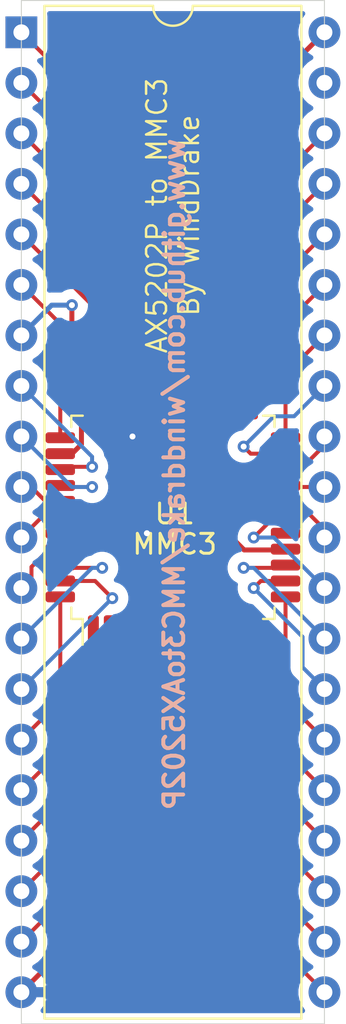
<source format=kicad_pcb>
(kicad_pcb (version 20171130) (host pcbnew "(5.1.10)-1")

  (general
    (thickness 1.6)
    (drawings 6)
    (tracks 140)
    (zones 0)
    (modules 2)
    (nets 43)
  )

  (page A4)
  (layers
    (0 F.Cu signal)
    (31 B.Cu signal)
    (32 B.Adhes user)
    (33 F.Adhes user)
    (34 B.Paste user)
    (35 F.Paste user)
    (36 B.SilkS user)
    (37 F.SilkS user)
    (38 B.Mask user)
    (39 F.Mask user)
    (40 Dwgs.User user)
    (41 Cmts.User user)
    (42 Eco1.User user)
    (43 Eco2.User user)
    (44 Edge.Cuts user)
    (45 Margin user)
    (46 B.CrtYd user)
    (47 F.CrtYd user)
    (48 B.Fab user)
    (49 F.Fab user)
  )

  (setup
    (last_trace_width 0.25)
    (user_trace_width 0.2)
    (user_trace_width 0.25)
    (trace_clearance 0.2)
    (zone_clearance 0.508)
    (zone_45_only no)
    (trace_min 0.2)
    (via_size 0.8)
    (via_drill 0.4)
    (via_min_size 0.4)
    (via_min_drill 0.3)
    (user_via 0.6 0.3)
    (uvia_size 0.3)
    (uvia_drill 0.1)
    (uvias_allowed no)
    (uvia_min_size 0.2)
    (uvia_min_drill 0.1)
    (edge_width 0.05)
    (segment_width 0.2)
    (pcb_text_width 0.3)
    (pcb_text_size 1.5 1.5)
    (mod_edge_width 0.12)
    (mod_text_size 1 1)
    (mod_text_width 0.15)
    (pad_size 1.524 1.524)
    (pad_drill 0.762)
    (pad_to_mask_clearance 0)
    (aux_axis_origin 0 0)
    (visible_elements 7FFFFFFF)
    (pcbplotparams
      (layerselection 0x010fc_ffffffff)
      (usegerberextensions false)
      (usegerberattributes true)
      (usegerberadvancedattributes true)
      (creategerberjobfile true)
      (excludeedgelayer true)
      (linewidth 0.100000)
      (plotframeref false)
      (viasonmask false)
      (mode 1)
      (useauxorigin false)
      (hpglpennumber 1)
      (hpglpenspeed 20)
      (hpglpendiameter 15.000000)
      (psnegative false)
      (psa4output false)
      (plotreference true)
      (plotvalue true)
      (plotinvisibletext false)
      (padsonsilk false)
      (subtractmaskfromsilk false)
      (outputformat 1)
      (mirror false)
      (drillshape 1)
      (scaleselection 1)
      (outputdirectory ""))
  )

  (net 0 "")
  (net 1 "Net-(U1-Pad16)")
  (net 2 "Net-(U1-Pad1)")
  (net 3 "Net-(U2-Pad39)")
  (net 4 GND)
  (net 5 +5V)
  (net 6 /PRGA14R)
  (net 7 /PRGA16R)
  (net 8 /PRGA14N)
  (net 9 /PRGA13R)
  (net 10 /PRGA15R)
  (net 11 /PRGRWN)
  (net 12 /CHRA16R)
  (net 13 /CHRA11R)
  (net 14 /WRAMWE)
  (net 15 /WRAMCE)
  (net 16 /PRGD3S)
  (net 17 /PRGD2S)
  (net 18 /PRGD4S)
  (net 19 /PRGD1S)
  (net 20 /PRGD5S)
  (net 21 /PRGD0S)
  (net 22 /PRGD6S)
  (net 23 /PRGA0S)
  (net 24 /PRGD7S)
  (net 25 /WRAM-CE)
  (net 26 /M2)
  (net 27 /PRG-CER)
  (net 28 /PRGA17R)
  (net 29 /PRGA13N)
  (net 30 /PRGA18R)
  (net 31 /PRGCEN)
  (net 32 /IRQ)
  (net 33 /CHRA17R)
  (net 34 /CHRA15R)
  (net 35 /CIRAM)
  (net 36 /CHRA12R)
  (net 37 /CHRA14R)
  (net 38 /CHRA13R)
  (net 39 /CHRA10N)
  (net 40 /CHRA11N)
  (net 41 /CHRA12N)
  (net 42 /CHRA10R)

  (net_class Default "This is the default net class."
    (clearance 0.2)
    (trace_width 0.25)
    (via_dia 0.8)
    (via_drill 0.4)
    (uvia_dia 0.3)
    (uvia_drill 0.1)
    (add_net +5V)
    (add_net /CHRA10N)
    (add_net /CHRA10R)
    (add_net /CHRA11N)
    (add_net /CHRA11R)
    (add_net /CHRA12N)
    (add_net /CHRA12R)
    (add_net /CHRA13R)
    (add_net /CHRA14R)
    (add_net /CHRA15R)
    (add_net /CHRA16R)
    (add_net /CHRA17R)
    (add_net /CIRAM)
    (add_net /IRQ)
    (add_net /M2)
    (add_net /PRG-CER)
    (add_net /PRGA0S)
    (add_net /PRGA13N)
    (add_net /PRGA13R)
    (add_net /PRGA14N)
    (add_net /PRGA14R)
    (add_net /PRGA15R)
    (add_net /PRGA16R)
    (add_net /PRGA17R)
    (add_net /PRGA18R)
    (add_net /PRGCEN)
    (add_net /PRGD0S)
    (add_net /PRGD1S)
    (add_net /PRGD2S)
    (add_net /PRGD3S)
    (add_net /PRGD4S)
    (add_net /PRGD5S)
    (add_net /PRGD6S)
    (add_net /PRGD7S)
    (add_net /PRGRWN)
    (add_net /WRAM-CE)
    (add_net /WRAMCE)
    (add_net /WRAMWE)
    (add_net GND)
    (add_net "Net-(U1-Pad1)")
    (add_net "Net-(U1-Pad16)")
    (add_net "Net-(U2-Pad39)")
  )

  (module Package_DIP:DIP-40_W15.24mm (layer F.Cu) (tedit 5A02E8C5) (tstamp 613938BE)
    (at 114.3 97.02752)
    (descr "40-lead though-hole mounted DIP package, row spacing 15.24 mm (600 mils)")
    (tags "THT DIP DIL PDIP 2.54mm 15.24mm 600mil")
    (path /61397CF5)
    (fp_text reference U2 (at 7.62 -2.33) (layer F.SilkS) hide
      (effects (font (size 1 1) (thickness 0.15)))
    )
    (fp_text value AX5202P (at 7.62 50.59) (layer F.Fab) hide
      (effects (font (size 1 1) (thickness 0.15)))
    )
    (fp_line (start 16.3 -1.55) (end -1.05 -1.55) (layer F.CrtYd) (width 0.05))
    (fp_line (start 16.3 49.8) (end 16.3 -1.55) (layer F.CrtYd) (width 0.05))
    (fp_line (start -1.05 49.8) (end 16.3 49.8) (layer F.CrtYd) (width 0.05))
    (fp_line (start -1.05 -1.55) (end -1.05 49.8) (layer F.CrtYd) (width 0.05))
    (fp_line (start 14.08 -1.33) (end 8.62 -1.33) (layer F.SilkS) (width 0.12))
    (fp_line (start 14.08 49.59) (end 14.08 -1.33) (layer F.SilkS) (width 0.12))
    (fp_line (start 1.16 49.59) (end 14.08 49.59) (layer F.SilkS) (width 0.12))
    (fp_line (start 1.16 -1.33) (end 1.16 49.59) (layer F.SilkS) (width 0.12))
    (fp_line (start 6.62 -1.33) (end 1.16 -1.33) (layer F.SilkS) (width 0.12))
    (fp_line (start 0.255 -0.27) (end 1.255 -1.27) (layer F.Fab) (width 0.1))
    (fp_line (start 0.255 49.53) (end 0.255 -0.27) (layer F.Fab) (width 0.1))
    (fp_line (start 14.985 49.53) (end 0.255 49.53) (layer F.Fab) (width 0.1))
    (fp_line (start 14.985 -1.27) (end 14.985 49.53) (layer F.Fab) (width 0.1))
    (fp_line (start 1.255 -1.27) (end 14.985 -1.27) (layer F.Fab) (width 0.1))
    (fp_text user %R (at 7.62 24.13) (layer F.Fab) hide
      (effects (font (size 1 1) (thickness 0.15)))
    )
    (fp_arc (start 7.62 -1.33) (end 6.62 -1.33) (angle -180) (layer F.SilkS) (width 0.12))
    (pad 40 thru_hole oval (at 15.24 0) (size 1.6 1.6) (drill 0.8) (layers *.Cu *.Mask)
      (net 5 +5V))
    (pad 20 thru_hole oval (at 0 48.26) (size 1.6 1.6) (drill 0.8) (layers *.Cu *.Mask)
      (net 4 GND))
    (pad 39 thru_hole oval (at 15.24 2.54) (size 1.6 1.6) (drill 0.8) (layers *.Cu *.Mask)
      (net 3 "Net-(U2-Pad39)"))
    (pad 19 thru_hole oval (at 0 45.72) (size 1.6 1.6) (drill 0.8) (layers *.Cu *.Mask)
      (net 39 /CHRA10N))
    (pad 38 thru_hole oval (at 15.24 5.08) (size 1.6 1.6) (drill 0.8) (layers *.Cu *.Mask)
      (net 27 /PRG-CER))
    (pad 18 thru_hole oval (at 0 43.18) (size 1.6 1.6) (drill 0.8) (layers *.Cu *.Mask)
      (net 40 /CHRA11N))
    (pad 37 thru_hole oval (at 15.24 7.62) (size 1.6 1.6) (drill 0.8) (layers *.Cu *.Mask)
      (net 28 /PRGA17R))
    (pad 17 thru_hole oval (at 0 40.64) (size 1.6 1.6) (drill 0.8) (layers *.Cu *.Mask)
      (net 41 /CHRA12N))
    (pad 36 thru_hole oval (at 15.24 10.16) (size 1.6 1.6) (drill 0.8) (layers *.Cu *.Mask)
      (net 29 /PRGA13N))
    (pad 16 thru_hole oval (at 0 38.1) (size 1.6 1.6) (drill 0.8) (layers *.Cu *.Mask)
      (net 42 /CHRA10R))
    (pad 35 thru_hole oval (at 15.24 12.7) (size 1.6 1.6) (drill 0.8) (layers *.Cu *.Mask)
      (net 30 /PRGA18R))
    (pad 15 thru_hole oval (at 0 35.56) (size 1.6 1.6) (drill 0.8) (layers *.Cu *.Mask)
      (net 12 /CHRA16R))
    (pad 34 thru_hole oval (at 15.24 15.24) (size 1.6 1.6) (drill 0.8) (layers *.Cu *.Mask)
      (net 6 /PRGA14R))
    (pad 14 thru_hole oval (at 0 33.02) (size 1.6 1.6) (drill 0.8) (layers *.Cu *.Mask)
      (net 13 /CHRA11R))
    (pad 33 thru_hole oval (at 15.24 17.78) (size 1.6 1.6) (drill 0.8) (layers *.Cu *.Mask)
      (net 7 /PRGA16R))
    (pad 13 thru_hole oval (at 0 30.48) (size 1.6 1.6) (drill 0.8) (layers *.Cu *.Mask)
      (net 14 /WRAMWE))
    (pad 32 thru_hole oval (at 15.24 20.32) (size 1.6 1.6) (drill 0.8) (layers *.Cu *.Mask)
      (net 8 /PRGA14N))
    (pad 12 thru_hole oval (at 0 27.94) (size 1.6 1.6) (drill 0.8) (layers *.Cu *.Mask)
      (net 15 /WRAMCE))
    (pad 31 thru_hole oval (at 15.24 22.86) (size 1.6 1.6) (drill 0.8) (layers *.Cu *.Mask)
      (net 9 /PRGA13R))
    (pad 11 thru_hole oval (at 0 25.4) (size 1.6 1.6) (drill 0.8) (layers *.Cu *.Mask)
      (net 16 /PRGD3S))
    (pad 30 thru_hole oval (at 15.24 25.4) (size 1.6 1.6) (drill 0.8) (layers *.Cu *.Mask)
      (net 10 /PRGA15R))
    (pad 10 thru_hole oval (at 0 22.86) (size 1.6 1.6) (drill 0.8) (layers *.Cu *.Mask)
      (net 17 /PRGD2S))
    (pad 29 thru_hole oval (at 15.24 27.94) (size 1.6 1.6) (drill 0.8) (layers *.Cu *.Mask)
      (net 11 /PRGRWN))
    (pad 9 thru_hole oval (at 0 20.32) (size 1.6 1.6) (drill 0.8) (layers *.Cu *.Mask)
      (net 18 /PRGD4S))
    (pad 28 thru_hole oval (at 15.24 30.48) (size 1.6 1.6) (drill 0.8) (layers *.Cu *.Mask)
      (net 31 /PRGCEN))
    (pad 8 thru_hole oval (at 0 17.78) (size 1.6 1.6) (drill 0.8) (layers *.Cu *.Mask)
      (net 19 /PRGD1S))
    (pad 27 thru_hole oval (at 15.24 33.02) (size 1.6 1.6) (drill 0.8) (layers *.Cu *.Mask)
      (net 32 /IRQ))
    (pad 7 thru_hole oval (at 0 15.24) (size 1.6 1.6) (drill 0.8) (layers *.Cu *.Mask)
      (net 20 /PRGD5S))
    (pad 26 thru_hole oval (at 15.24 35.56) (size 1.6 1.6) (drill 0.8) (layers *.Cu *.Mask)
      (net 33 /CHRA17R))
    (pad 6 thru_hole oval (at 0 12.7) (size 1.6 1.6) (drill 0.8) (layers *.Cu *.Mask)
      (net 21 /PRGD0S))
    (pad 25 thru_hole oval (at 15.24 38.1) (size 1.6 1.6) (drill 0.8) (layers *.Cu *.Mask)
      (net 34 /CHRA15R))
    (pad 5 thru_hole oval (at 0 10.16) (size 1.6 1.6) (drill 0.8) (layers *.Cu *.Mask)
      (net 22 /PRGD6S))
    (pad 24 thru_hole oval (at 15.24 40.64) (size 1.6 1.6) (drill 0.8) (layers *.Cu *.Mask)
      (net 35 /CIRAM))
    (pad 4 thru_hole oval (at 0 7.62) (size 1.6 1.6) (drill 0.8) (layers *.Cu *.Mask)
      (net 23 /PRGA0S))
    (pad 23 thru_hole oval (at 15.24 43.18) (size 1.6 1.6) (drill 0.8) (layers *.Cu *.Mask)
      (net 36 /CHRA12R))
    (pad 3 thru_hole oval (at 0 5.08) (size 1.6 1.6) (drill 0.8) (layers *.Cu *.Mask)
      (net 24 /PRGD7S))
    (pad 22 thru_hole oval (at 15.24 45.72) (size 1.6 1.6) (drill 0.8) (layers *.Cu *.Mask)
      (net 37 /CHRA14R))
    (pad 2 thru_hole oval (at 0 2.54) (size 1.6 1.6) (drill 0.8) (layers *.Cu *.Mask)
      (net 25 /WRAM-CE))
    (pad 21 thru_hole oval (at 15.24 48.26) (size 1.6 1.6) (drill 0.8) (layers *.Cu *.Mask)
      (net 38 /CHRA13R))
    (pad 1 thru_hole rect (at 0 0) (size 1.6 1.6) (drill 0.8) (layers *.Cu *.Mask)
      (net 26 /M2))
    (model ${KISYS3DMOD}/Package_DIP.3dshapes/DIP-40_W15.24mm.wrl
      (at (xyz 0 0 0))
      (scale (xyz 1 1 1))
      (rotate (xyz 0 0 0))
    )
  )

  (module Package_QFP:LQFP-44_10x10mm_P0.8mm (layer F.Cu) (tedit 5D9F72AF) (tstamp 613923C3)
    (at 121.92 121.412 90)
    (descr "LQFP, 44 Pin (https://www.nxp.com/files-static/shared/doc/package_info/98ASS23225W.pdf?&fsrch=1), generated with kicad-footprint-generator ipc_gullwing_generator.py")
    (tags "LQFP QFP")
    (path /6139923A)
    (attr smd)
    (fp_text reference U1 (at 0.17272 0.09144 180) (layer F.SilkS)
      (effects (font (size 1 1) (thickness 0.15)))
    )
    (fp_text value MMC3 (at -1.35128 0.09144 180) (layer F.SilkS)
      (effects (font (size 1 1) (thickness 0.15)))
    )
    (fp_line (start 6.65 4.52) (end 6.65 0) (layer F.CrtYd) (width 0.05))
    (fp_line (start 5.25 4.52) (end 6.65 4.52) (layer F.CrtYd) (width 0.05))
    (fp_line (start 5.25 5.25) (end 5.25 4.52) (layer F.CrtYd) (width 0.05))
    (fp_line (start 4.52 5.25) (end 5.25 5.25) (layer F.CrtYd) (width 0.05))
    (fp_line (start 4.52 6.65) (end 4.52 5.25) (layer F.CrtYd) (width 0.05))
    (fp_line (start 0 6.65) (end 4.52 6.65) (layer F.CrtYd) (width 0.05))
    (fp_line (start -6.65 4.52) (end -6.65 0) (layer F.CrtYd) (width 0.05))
    (fp_line (start -5.25 4.52) (end -6.65 4.52) (layer F.CrtYd) (width 0.05))
    (fp_line (start -5.25 5.25) (end -5.25 4.52) (layer F.CrtYd) (width 0.05))
    (fp_line (start -4.52 5.25) (end -5.25 5.25) (layer F.CrtYd) (width 0.05))
    (fp_line (start -4.52 6.65) (end -4.52 5.25) (layer F.CrtYd) (width 0.05))
    (fp_line (start 0 6.65) (end -4.52 6.65) (layer F.CrtYd) (width 0.05))
    (fp_line (start 6.65 -4.52) (end 6.65 0) (layer F.CrtYd) (width 0.05))
    (fp_line (start 5.25 -4.52) (end 6.65 -4.52) (layer F.CrtYd) (width 0.05))
    (fp_line (start 5.25 -5.25) (end 5.25 -4.52) (layer F.CrtYd) (width 0.05))
    (fp_line (start 4.52 -5.25) (end 5.25 -5.25) (layer F.CrtYd) (width 0.05))
    (fp_line (start 4.52 -6.65) (end 4.52 -5.25) (layer F.CrtYd) (width 0.05))
    (fp_line (start 0 -6.65) (end 4.52 -6.65) (layer F.CrtYd) (width 0.05))
    (fp_line (start -6.65 -4.52) (end -6.65 0) (layer F.CrtYd) (width 0.05))
    (fp_line (start -5.25 -4.52) (end -6.65 -4.52) (layer F.CrtYd) (width 0.05))
    (fp_line (start -5.25 -5.25) (end -5.25 -4.52) (layer F.CrtYd) (width 0.05))
    (fp_line (start -4.52 -5.25) (end -5.25 -5.25) (layer F.CrtYd) (width 0.05))
    (fp_line (start -4.52 -6.65) (end -4.52 -5.25) (layer F.CrtYd) (width 0.05))
    (fp_line (start 0 -6.65) (end -4.52 -6.65) (layer F.CrtYd) (width 0.05))
    (fp_line (start -5 -4) (end -4 -5) (layer F.Fab) (width 0.1))
    (fp_line (start -5 5) (end -5 -4) (layer F.Fab) (width 0.1))
    (fp_line (start 5 5) (end -5 5) (layer F.Fab) (width 0.1))
    (fp_line (start 5 -5) (end 5 5) (layer F.Fab) (width 0.1))
    (fp_line (start -4 -5) (end 5 -5) (layer F.Fab) (width 0.1))
    (fp_line (start -5.11 -4.535) (end -6.4 -4.535) (layer F.SilkS) (width 0.12))
    (fp_line (start -5.11 -5.11) (end -5.11 -4.535) (layer F.SilkS) (width 0.12))
    (fp_line (start -4.535 -5.11) (end -5.11 -5.11) (layer F.SilkS) (width 0.12))
    (fp_line (start 5.11 -5.11) (end 5.11 -4.535) (layer F.SilkS) (width 0.12))
    (fp_line (start 4.535 -5.11) (end 5.11 -5.11) (layer F.SilkS) (width 0.12))
    (fp_line (start -5.11 5.11) (end -5.11 4.535) (layer F.SilkS) (width 0.12))
    (fp_line (start -4.535 5.11) (end -5.11 5.11) (layer F.SilkS) (width 0.12))
    (fp_line (start 5.11 5.11) (end 5.11 4.535) (layer F.SilkS) (width 0.12))
    (fp_line (start 4.535 5.11) (end 5.11 5.11) (layer F.SilkS) (width 0.12))
    (fp_text user %R (at 0 0 90) (layer F.Fab) hide
      (effects (font (size 1 1) (thickness 0.15)))
    )
    (pad 44 smd roundrect (at -4 -5.6625 90) (size 0.55 1.475) (layers F.Cu F.Paste F.Mask) (roundrect_rratio 0.25)
      (net 12 /CHRA16R))
    (pad 43 smd roundrect (at -3.2 -5.6625 90) (size 0.55 1.475) (layers F.Cu F.Paste F.Mask) (roundrect_rratio 0.25)
      (net 13 /CHRA11R))
    (pad 42 smd roundrect (at -2.4 -5.6625 90) (size 0.55 1.475) (layers F.Cu F.Paste F.Mask) (roundrect_rratio 0.25)
      (net 14 /WRAMWE))
    (pad 41 smd roundrect (at -1.6 -5.6625 90) (size 0.55 1.475) (layers F.Cu F.Paste F.Mask) (roundrect_rratio 0.25)
      (net 15 /WRAMCE))
    (pad 40 smd roundrect (at -0.8 -5.6625 90) (size 0.55 1.475) (layers F.Cu F.Paste F.Mask) (roundrect_rratio 0.25)
      (net 4 GND))
    (pad 39 smd roundrect (at 0 -5.6625 90) (size 0.55 1.475) (layers F.Cu F.Paste F.Mask) (roundrect_rratio 0.25)
      (net 16 /PRGD3S))
    (pad 38 smd roundrect (at 0.8 -5.6625 90) (size 0.55 1.475) (layers F.Cu F.Paste F.Mask) (roundrect_rratio 0.25)
      (net 17 /PRGD2S))
    (pad 37 smd roundrect (at 1.6 -5.6625 90) (size 0.55 1.475) (layers F.Cu F.Paste F.Mask) (roundrect_rratio 0.25)
      (net 18 /PRGD4S))
    (pad 36 smd roundrect (at 2.4 -5.6625 90) (size 0.55 1.475) (layers F.Cu F.Paste F.Mask) (roundrect_rratio 0.25)
      (net 19 /PRGD1S))
    (pad 35 smd roundrect (at 3.2 -5.6625 90) (size 0.55 1.475) (layers F.Cu F.Paste F.Mask) (roundrect_rratio 0.25)
      (net 20 /PRGD5S))
    (pad 34 smd roundrect (at 4 -5.6625 90) (size 0.55 1.475) (layers F.Cu F.Paste F.Mask) (roundrect_rratio 0.25)
      (net 21 /PRGD0S))
    (pad 33 smd roundrect (at 5.6625 -4 90) (size 1.475 0.55) (layers F.Cu F.Paste F.Mask) (roundrect_rratio 0.25)
      (net 22 /PRGD6S))
    (pad 32 smd roundrect (at 5.6625 -3.2 90) (size 1.475 0.55) (layers F.Cu F.Paste F.Mask) (roundrect_rratio 0.25)
      (net 23 /PRGA0S))
    (pad 31 smd roundrect (at 5.6625 -2.4 90) (size 1.475 0.55) (layers F.Cu F.Paste F.Mask) (roundrect_rratio 0.25)
      (net 24 /PRGD7S))
    (pad 30 smd roundrect (at 5.6625 -1.6 90) (size 1.475 0.55) (layers F.Cu F.Paste F.Mask) (roundrect_rratio 0.25)
      (net 25 /WRAM-CE))
    (pad 29 smd roundrect (at 5.6625 -0.8 90) (size 1.475 0.55) (layers F.Cu F.Paste F.Mask) (roundrect_rratio 0.25)
      (net 26 /M2))
    (pad 28 smd roundrect (at 5.6625 0 90) (size 1.475 0.55) (layers F.Cu F.Paste F.Mask) (roundrect_rratio 0.25)
      (net 4 GND))
    (pad 27 smd roundrect (at 5.6625 0.8 90) (size 1.475 0.55) (layers F.Cu F.Paste F.Mask) (roundrect_rratio 0.25)
      (net 5 +5V))
    (pad 26 smd roundrect (at 5.6625 1.6 90) (size 1.475 0.55) (layers F.Cu F.Paste F.Mask) (roundrect_rratio 0.25)
      (net 27 /PRG-CER))
    (pad 25 smd roundrect (at 5.6625 2.4 90) (size 1.475 0.55) (layers F.Cu F.Paste F.Mask) (roundrect_rratio 0.25)
      (net 28 /PRGA17R))
    (pad 24 smd roundrect (at 5.6625 3.2 90) (size 1.475 0.55) (layers F.Cu F.Paste F.Mask) (roundrect_rratio 0.25)
      (net 29 /PRGA13N))
    (pad 23 smd roundrect (at 5.6625 4 90) (size 1.475 0.55) (layers F.Cu F.Paste F.Mask) (roundrect_rratio 0.25)
      (net 30 /PRGA18R))
    (pad 22 smd roundrect (at 4 5.6625 90) (size 0.55 1.475) (layers F.Cu F.Paste F.Mask) (roundrect_rratio 0.25)
      (net 6 /PRGA14R))
    (pad 21 smd roundrect (at 3.2 5.6625 90) (size 0.55 1.475) (layers F.Cu F.Paste F.Mask) (roundrect_rratio 0.25)
      (net 7 /PRGA16R))
    (pad 20 smd roundrect (at 2.4 5.6625 90) (size 0.55 1.475) (layers F.Cu F.Paste F.Mask) (roundrect_rratio 0.25)
      (net 8 /PRGA14N))
    (pad 19 smd roundrect (at 1.6 5.6625 90) (size 0.55 1.475) (layers F.Cu F.Paste F.Mask) (roundrect_rratio 0.25)
      (net 9 /PRGA13R))
    (pad 18 smd roundrect (at 0.8 5.6625 90) (size 0.55 1.475) (layers F.Cu F.Paste F.Mask) (roundrect_rratio 0.25)
      (net 10 /PRGA15R))
    (pad 17 smd roundrect (at 0 5.6625 90) (size 0.55 1.475) (layers F.Cu F.Paste F.Mask) (roundrect_rratio 0.25)
      (net 11 /PRGRWN))
    (pad 16 smd roundrect (at -0.8 5.6625 90) (size 0.55 1.475) (layers F.Cu F.Paste F.Mask) (roundrect_rratio 0.25)
      (net 1 "Net-(U1-Pad16)"))
    (pad 15 smd roundrect (at -1.6 5.6625 90) (size 0.55 1.475) (layers F.Cu F.Paste F.Mask) (roundrect_rratio 0.25)
      (net 4 GND))
    (pad 14 smd roundrect (at -2.4 5.6625 90) (size 0.55 1.475) (layers F.Cu F.Paste F.Mask) (roundrect_rratio 0.25)
      (net 31 /PRGCEN))
    (pad 13 smd roundrect (at -3.2 5.6625 90) (size 0.55 1.475) (layers F.Cu F.Paste F.Mask) (roundrect_rratio 0.25)
      (net 32 /IRQ))
    (pad 12 smd roundrect (at -4 5.6625 90) (size 0.55 1.475) (layers F.Cu F.Paste F.Mask) (roundrect_rratio 0.25)
      (net 33 /CHRA17R))
    (pad 11 smd roundrect (at -5.6625 4 90) (size 1.475 0.55) (layers F.Cu F.Paste F.Mask) (roundrect_rratio 0.25)
      (net 34 /CHRA15R))
    (pad 10 smd roundrect (at -5.6625 3.2 90) (size 1.475 0.55) (layers F.Cu F.Paste F.Mask) (roundrect_rratio 0.25)
      (net 35 /CIRAM))
    (pad 9 smd roundrect (at -5.6625 2.4 90) (size 1.475 0.55) (layers F.Cu F.Paste F.Mask) (roundrect_rratio 0.25)
      (net 36 /CHRA12R))
    (pad 8 smd roundrect (at -5.6625 1.6 90) (size 1.475 0.55) (layers F.Cu F.Paste F.Mask) (roundrect_rratio 0.25)
      (net 37 /CHRA14R))
    (pad 7 smd roundrect (at -5.6625 0.8 90) (size 1.475 0.55) (layers F.Cu F.Paste F.Mask) (roundrect_rratio 0.25)
      (net 38 /CHRA13R))
    (pad 6 smd roundrect (at -5.6625 0 90) (size 1.475 0.55) (layers F.Cu F.Paste F.Mask) (roundrect_rratio 0.25)
      (net 4 GND))
    (pad 5 smd roundrect (at -5.6625 -0.8 90) (size 1.475 0.55) (layers F.Cu F.Paste F.Mask) (roundrect_rratio 0.25)
      (net 39 /CHRA10N))
    (pad 4 smd roundrect (at -5.6625 -1.6 90) (size 1.475 0.55) (layers F.Cu F.Paste F.Mask) (roundrect_rratio 0.25)
      (net 40 /CHRA11N))
    (pad 3 smd roundrect (at -5.6625 -2.4 90) (size 1.475 0.55) (layers F.Cu F.Paste F.Mask) (roundrect_rratio 0.25)
      (net 41 /CHRA12N))
    (pad 2 smd roundrect (at -5.6625 -3.2 90) (size 1.475 0.55) (layers F.Cu F.Paste F.Mask) (roundrect_rratio 0.25)
      (net 42 /CHRA10R))
    (pad 1 smd roundrect (at -5.6625 -4 90) (size 1.475 0.55) (layers F.Cu F.Paste F.Mask) (roundrect_rratio 0.25)
      (net 2 "Net-(U1-Pad1)"))
    (model ${KISYS3DMOD}/Package_QFP.3dshapes/LQFP-44_10x10mm_P0.8mm.wrl
      (at (xyz 0 0 0))
      (scale (xyz 1 1 1))
      (rotate (xyz 0 0 0))
    )
  )

  (gr_text www.github.com/winddrake/MMC3toAX5202P (at 121.9835 119.253 90) (layer B.SilkS)
    (effects (font (size 1 1) (thickness 0.2)) (justify mirror))
  )
  (gr_line (start 129.54 146.87804) (end 114.3 146.8755) (layer Edge.Cuts) (width 0.05) (tstamp 613945D3))
  (gr_line (start 114.3 95.4278) (end 114.3 146.8755) (layer Edge.Cuts) (width 0.05))
  (gr_text "AX5202P to MMC3\nBy WindDrake" (at 121.92 106.2355 90) (layer F.SilkS)
    (effects (font (size 1 1) (thickness 0.125)))
  )
  (gr_line (start 129.54 95.4278) (end 129.54 146.87804) (layer Edge.Cuts) (width 0.05))
  (gr_line (start 114.3 95.4278) (end 129.54 95.4278) (layer Edge.Cuts) (width 0.05))

  (segment (start 121.92 137.66752) (end 114.3 145.28752) (width 0.25) (layer F.Cu) (net 4))
  (segment (start 121.92 127.0745) (end 121.92 137.66752) (width 0.25) (layer F.Cu) (net 4))
  (segment (start 127.541499 123.053001) (end 127.5825 123.012) (width 0.25) (layer F.Cu) (net 4))
  (segment (start 125.502003 123.053001) (end 127.541499 123.053001) (width 0.25) (layer F.Cu) (net 4))
  (segment (start 124.661002 122.212) (end 125.502003 123.053001) (width 0.25) (layer F.Cu) (net 4))
  (segment (start 121.92 123.444) (end 123.152 122.212) (width 0.25) (layer F.Cu) (net 4))
  (segment (start 121.92 127.0745) (end 121.92 123.444) (width 0.25) (layer F.Cu) (net 4))
  (segment (start 123.152 122.212) (end 124.661002 122.212) (width 0.25) (layer F.Cu) (net 4))
  (segment (start 116.2575 122.212) (end 120.612 122.212) (width 0.25) (layer F.Cu) (net 4))
  (segment (start 121.92 116.341088) (end 120.913088 117.348) (width 0.25) (layer F.Cu) (net 4))
  (segment (start 121.92 115.7495) (end 121.92 116.341088) (width 0.25) (layer F.Cu) (net 4))
  (segment (start 120.913088 117.348) (end 119.888 117.348) (width 0.25) (layer F.Cu) (net 4))
  (segment (start 119.888 117.348) (end 119.888 117.348) (width 0.25) (layer F.Cu) (net 4) (tstamp 6139455F))
  (via (at 119.888 117.348) (size 0.6) (drill 0.3) (layers F.Cu B.Cu) (net 4))
  (segment (start 120.612 122.212) (end 123.152 122.212) (width 0.25) (layer F.Cu) (net 4) (tstamp 61394561))
  (via (at 120.612 122.212) (size 0.6) (drill 0.3) (layers F.Cu B.Cu) (net 4))
  (segment (start 122.72 103.84752) (end 122.72 115.7495) (width 0.25) (layer F.Cu) (net 5))
  (segment (start 129.54 97.02752) (end 122.72 103.84752) (width 0.25) (layer F.Cu) (net 5))
  (segment (start 122.72 115.7495) (end 122.72 116.341088) (width 0.25) (layer F.Cu) (net 5))
  (segment (start 127.5825 114.22502) (end 127.5825 117.412) (width 0.2) (layer F.Cu) (net 6))
  (segment (start 129.54 112.26752) (end 127.5825 114.22502) (width 0.2) (layer F.Cu) (net 6))
  (segment (start 129.54 114.80752) (end 128.01552 116.332) (width 0.2) (layer B.Cu) (net 7))
  (segment (start 128.01552 116.332) (end 127 116.332) (width 0.2) (layer B.Cu) (net 7))
  (segment (start 127 116.332) (end 125.476 117.856) (width 0.2) (layer B.Cu) (net 7))
  (segment (start 125.476 117.856) (end 125.476 117.856) (width 0.2) (layer B.Cu) (net 7) (tstamp 61393B17))
  (via (at 125.476 117.856) (size 0.6) (drill 0.3) (layers F.Cu B.Cu) (net 7))
  (segment (start 125.832 118.212) (end 127.5825 118.212) (width 0.2) (layer F.Cu) (net 7))
  (segment (start 125.476 117.856) (end 125.832 118.212) (width 0.2) (layer F.Cu) (net 7))
  (segment (start 128.32 119.012) (end 127.5825 119.012) (width 0.2) (layer F.Cu) (net 8))
  (segment (start 129.54 117.792) (end 128.32 119.012) (width 0.2) (layer F.Cu) (net 8))
  (segment (start 129.54 117.34752) (end 129.54 117.792) (width 0.2) (layer F.Cu) (net 8))
  (segment (start 127.65802 119.88752) (end 127.5825 119.812) (width 0.2) (layer F.Cu) (net 9))
  (segment (start 129.54 119.88752) (end 127.65802 119.88752) (width 0.2) (layer F.Cu) (net 9))
  (segment (start 128.138734 120.612) (end 127.5825 120.612) (width 0.2) (layer F.Cu) (net 10))
  (segment (start 129.54 122.013266) (end 128.138734 120.612) (width 0.2) (layer F.Cu) (net 10))
  (segment (start 129.54 122.42752) (end 129.54 122.013266) (width 0.2) (layer F.Cu) (net 10))
  (segment (start 129.54 124.96752) (end 127.00048 122.428) (width 0.2) (layer B.Cu) (net 11))
  (segment (start 127.00048 122.428) (end 125.984 122.428) (width 0.2) (layer B.Cu) (net 11))
  (segment (start 125.984 122.428) (end 125.984 122.428) (width 0.2) (layer B.Cu) (net 11) (tstamp 61393BF5))
  (via (at 125.984 122.428) (size 0.6) (drill 0.3) (layers F.Cu B.Cu) (net 11))
  (segment (start 127 121.412) (end 127.5825 121.412) (width 0.2) (layer F.Cu) (net 11))
  (segment (start 125.984 122.428) (end 127 121.412) (width 0.2) (layer F.Cu) (net 11))
  (segment (start 116.2575 130.63002) (end 114.3 132.58752) (width 0.2) (layer F.Cu) (net 12))
  (segment (start 116.2575 125.412) (end 116.2575 130.63002) (width 0.2) (layer F.Cu) (net 12))
  (segment (start 114.3 130.04752) (end 117.856 126.49152) (width 0.2) (layer B.Cu) (net 13))
  (segment (start 117.856 126.49152) (end 117.85648 126.49152) (width 0.2) (layer B.Cu) (net 13))
  (segment (start 117.85648 126.49152) (end 118.872 125.476) (width 0.2) (layer B.Cu) (net 13))
  (segment (start 118.872 125.476) (end 118.872 125.476) (width 0.2) (layer B.Cu) (net 13) (tstamp 61393FF0))
  (via (at 118.872 125.476) (size 0.6) (drill 0.3) (layers F.Cu B.Cu) (net 13))
  (segment (start 118.008 124.612) (end 116.2575 124.612) (width 0.2) (layer F.Cu) (net 13))
  (segment (start 118.872 125.476) (end 118.008 124.612) (width 0.2) (layer F.Cu) (net 13))
  (segment (start 114.3 127.50752) (end 117.85552 123.952) (width 0.2) (layer B.Cu) (net 14))
  (segment (start 117.85552 123.952) (end 118.364 123.952) (width 0.2) (layer B.Cu) (net 14))
  (segment (start 118.364 123.952) (end 118.364 123.952) (width 0.2) (layer B.Cu) (net 14) (tstamp 61393FF2))
  (via (at 118.364 123.952) (size 0.6) (drill 0.3) (layers F.Cu B.Cu) (net 14))
  (segment (start 116.3975 123.952) (end 116.2575 123.812) (width 0.2) (layer F.Cu) (net 14))
  (segment (start 118.364 123.952) (end 116.3975 123.952) (width 0.2) (layer F.Cu) (net 14))
  (segment (start 114.808 123.905266) (end 114.808 124.45952) (width 0.2) (layer F.Cu) (net 15))
  (segment (start 114.808 124.45952) (end 114.3 124.96752) (width 0.2) (layer F.Cu) (net 15))
  (segment (start 115.701266 123.012) (end 114.808 123.905266) (width 0.2) (layer F.Cu) (net 15))
  (segment (start 116.2575 123.012) (end 115.701266 123.012) (width 0.2) (layer F.Cu) (net 15))
  (segment (start 115.31552 121.412) (end 114.3 122.42752) (width 0.2) (layer F.Cu) (net 16))
  (segment (start 116.2575 121.412) (end 115.31552 121.412) (width 0.2) (layer F.Cu) (net 16))
  (segment (start 114.79552 119.88752) (end 114.3 119.88752) (width 0.2) (layer F.Cu) (net 17))
  (segment (start 115.52 120.612) (end 114.79552 119.88752) (width 0.2) (layer F.Cu) (net 17))
  (segment (start 116.2575 120.612) (end 115.52 120.612) (width 0.2) (layer F.Cu) (net 17))
  (segment (start 114.3 117.34752) (end 116.84048 119.888) (width 0.2) (layer B.Cu) (net 18))
  (segment (start 116.84048 119.888) (end 117.856 119.888) (width 0.2) (layer B.Cu) (net 18))
  (segment (start 117.856 119.888) (end 117.856 119.888) (width 0.2) (layer B.Cu) (net 18) (tstamp 61394078))
  (via (at 117.856 119.888) (size 0.6) (drill 0.3) (layers F.Cu B.Cu) (net 18))
  (segment (start 116.3335 119.888) (end 116.2575 119.812) (width 0.2) (layer F.Cu) (net 18))
  (segment (start 117.856 119.888) (end 116.3335 119.888) (width 0.2) (layer F.Cu) (net 18))
  (segment (start 114.3 114.80752) (end 117.856 118.36352) (width 0.2) (layer B.Cu) (net 19))
  (segment (start 117.856 118.36352) (end 117.856 118.872) (width 0.2) (layer B.Cu) (net 19))
  (segment (start 117.856 118.872) (end 117.856 118.872) (width 0.2) (layer B.Cu) (net 19) (tstamp 6139407A))
  (via (at 117.856 118.872) (size 0.6) (drill 0.3) (layers F.Cu B.Cu) (net 19))
  (segment (start 116.3975 118.872) (end 116.2575 119.012) (width 0.2) (layer F.Cu) (net 19))
  (segment (start 117.856 118.872) (end 116.3975 118.872) (width 0.2) (layer F.Cu) (net 19))
  (segment (start 117.32001 116.541098) (end 116.84 116.061088) (width 0.25) (layer F.Cu) (net 20))
  (segment (start 117.32001 117.741078) (end 117.32001 116.541098) (width 0.25) (layer F.Cu) (net 20))
  (segment (start 116.849088 118.212) (end 117.32001 117.741078) (width 0.25) (layer F.Cu) (net 20))
  (segment (start 116.2575 118.212) (end 116.849088 118.212) (width 0.25) (layer F.Cu) (net 20))
  (segment (start 116.84 116.061088) (end 116.84 110.744) (width 0.25) (layer F.Cu) (net 20))
  (segment (start 116.84 110.744) (end 116.84 110.744) (width 0.25) (layer F.Cu) (net 20) (tstamp 613944AD))
  (via (at 116.84 110.744) (size 0.6) (drill 0.3) (layers F.Cu B.Cu) (net 20))
  (segment (start 115.82352 110.744) (end 114.3 112.26752) (width 0.25) (layer B.Cu) (net 20))
  (segment (start 116.84 110.744) (end 115.82352 110.744) (width 0.25) (layer B.Cu) (net 20))
  (segment (start 116.2575 111.68502) (end 114.3 109.72752) (width 0.2) (layer F.Cu) (net 21))
  (segment (start 116.2575 117.412) (end 116.2575 111.68502) (width 0.2) (layer F.Cu) (net 21))
  (segment (start 117.92 110.80752) (end 114.3 107.18752) (width 0.2) (layer F.Cu) (net 22))
  (segment (start 117.92 115.7495) (end 117.92 110.80752) (width 0.2) (layer F.Cu) (net 22))
  (segment (start 118.72 109.06752) (end 114.3 104.64752) (width 0.2) (layer F.Cu) (net 23))
  (segment (start 118.72 115.7495) (end 118.72 109.06752) (width 0.2) (layer F.Cu) (net 23))
  (segment (start 119.52 107.32752) (end 114.3 102.10752) (width 0.2) (layer F.Cu) (net 24))
  (segment (start 119.52 115.7495) (end 119.52 107.32752) (width 0.2) (layer F.Cu) (net 24))
  (segment (start 120.32 105.58752) (end 120.32 115.7495) (width 0.2) (layer F.Cu) (net 25))
  (segment (start 114.3 99.56752) (end 120.32 105.58752) (width 0.2) (layer F.Cu) (net 25))
  (segment (start 121.12 103.84752) (end 121.12 115.7495) (width 0.2) (layer F.Cu) (net 26))
  (segment (start 114.3 97.02752) (end 121.12 103.84752) (width 0.2) (layer F.Cu) (net 26))
  (segment (start 123.52 108.12752) (end 123.52 115.7495) (width 0.2) (layer F.Cu) (net 27))
  (segment (start 129.54 102.10752) (end 123.52 108.12752) (width 0.2) (layer F.Cu) (net 27))
  (segment (start 124.32 109.86752) (end 129.54 104.64752) (width 0.2) (layer F.Cu) (net 28))
  (segment (start 124.32 115.7495) (end 124.32 109.86752) (width 0.2) (layer F.Cu) (net 28))
  (segment (start 125.12 111.60752) (end 125.12 115.7495) (width 0.2) (layer F.Cu) (net 29))
  (segment (start 129.54 107.18752) (end 125.12 111.60752) (width 0.2) (layer F.Cu) (net 29))
  (segment (start 125.92 113.34752) (end 125.92 115.7495) (width 0.2) (layer F.Cu) (net 30))
  (segment (start 129.54 109.72752) (end 125.92 113.34752) (width 0.2) (layer F.Cu) (net 30))
  (segment (start 129.54 127.50752) (end 125.98448 123.952) (width 0.2) (layer B.Cu) (net 31))
  (segment (start 125.98448 123.952) (end 125.476 123.952) (width 0.2) (layer B.Cu) (net 31))
  (segment (start 125.476 123.952) (end 125.476 123.952) (width 0.2) (layer B.Cu) (net 31) (tstamp 61393C4F))
  (via (at 125.476 123.952) (size 0.6) (drill 0.3) (layers F.Cu B.Cu) (net 31))
  (segment (start 127.4425 123.952) (end 127.5825 123.812) (width 0.2) (layer F.Cu) (net 31))
  (segment (start 125.476 123.952) (end 127.4425 123.952) (width 0.2) (layer F.Cu) (net 31))
  (segment (start 128.439999 128.947519) (end 128.439999 127.423999) (width 0.2) (layer B.Cu) (net 32))
  (segment (start 129.54 130.04752) (end 128.439999 128.947519) (width 0.2) (layer B.Cu) (net 32))
  (segment (start 128.439999 127.423999) (end 125.984 124.968) (width 0.2) (layer B.Cu) (net 32))
  (segment (start 125.984 124.968) (end 125.984 124.968) (width 0.2) (layer B.Cu) (net 32) (tstamp 61393CA9))
  (via (at 125.984 124.968) (size 0.6) (drill 0.3) (layers F.Cu B.Cu) (net 32))
  (segment (start 126.34 124.612) (end 127.5825 124.612) (width 0.2) (layer F.Cu) (net 32))
  (segment (start 125.984 124.968) (end 126.34 124.612) (width 0.2) (layer F.Cu) (net 32))
  (segment (start 127.5825 130.63002) (end 129.54 132.58752) (width 0.2) (layer F.Cu) (net 33))
  (segment (start 127.5825 125.412) (end 127.5825 130.63002) (width 0.2) (layer F.Cu) (net 33))
  (segment (start 125.92 131.50752) (end 129.54 135.12752) (width 0.2) (layer F.Cu) (net 34))
  (segment (start 125.92 127.0745) (end 125.92 131.50752) (width 0.2) (layer F.Cu) (net 34))
  (segment (start 125.12 133.24752) (end 129.54 137.66752) (width 0.2) (layer F.Cu) (net 35))
  (segment (start 125.12 127.0745) (end 125.12 133.24752) (width 0.2) (layer F.Cu) (net 35))
  (segment (start 124.32 134.98752) (end 129.54 140.20752) (width 0.2) (layer F.Cu) (net 36))
  (segment (start 124.32 127.0745) (end 124.32 134.98752) (width 0.2) (layer F.Cu) (net 36))
  (segment (start 123.52 136.72752) (end 129.54 142.74752) (width 0.2) (layer F.Cu) (net 37))
  (segment (start 123.52 127.0745) (end 123.52 136.72752) (width 0.2) (layer F.Cu) (net 37))
  (segment (start 122.72 138.46752) (end 122.72 127.0745) (width 0.2) (layer F.Cu) (net 38))
  (segment (start 129.54 145.28752) (end 122.72 138.46752) (width 0.2) (layer F.Cu) (net 38))
  (segment (start 121.12 135.92752) (end 114.3 142.74752) (width 0.2) (layer F.Cu) (net 39))
  (segment (start 121.12 127.0745) (end 121.12 135.92752) (width 0.2) (layer F.Cu) (net 39))
  (segment (start 120.32 134.18752) (end 114.3 140.20752) (width 0.2) (layer F.Cu) (net 40))
  (segment (start 120.32 127.0745) (end 120.32 134.18752) (width 0.2) (layer F.Cu) (net 40))
  (segment (start 119.52 132.44752) (end 119.52 127.0745) (width 0.2) (layer F.Cu) (net 41))
  (segment (start 114.3 137.66752) (end 119.52 132.44752) (width 0.2) (layer F.Cu) (net 41))
  (segment (start 118.72 130.70752) (end 114.3 135.12752) (width 0.2) (layer F.Cu) (net 42))
  (segment (start 118.72 127.0745) (end 118.72 130.70752) (width 0.2) (layer F.Cu) (net 42))

  (zone (net 4) (net_name GND) (layer B.Cu) (tstamp 0) (hatch edge 0.508)
    (connect_pads (clearance 0.508))
    (min_thickness 0.254)
    (fill yes (arc_segments 32) (thermal_gap 0.508) (thermal_bridge_width 0.508))
    (polygon
      (pts
        (xy 129.54 95.4405) (xy 129.54 146.8755) (xy 114.3 146.8755) (xy 114.3 95.4278)
      )
    )
    (filled_polygon
      (pts
        (xy 128.425363 96.112761) (xy 128.26832 96.347793) (xy 128.160147 96.608946) (xy 128.105 96.886185) (xy 128.105 97.168855)
        (xy 128.160147 97.446094) (xy 128.26832 97.707247) (xy 128.425363 97.942279) (xy 128.625241 98.142157) (xy 128.857759 98.29752)
        (xy 128.625241 98.452883) (xy 128.425363 98.652761) (xy 128.26832 98.887793) (xy 128.160147 99.148946) (xy 128.105 99.426185)
        (xy 128.105 99.708855) (xy 128.160147 99.986094) (xy 128.26832 100.247247) (xy 128.425363 100.482279) (xy 128.625241 100.682157)
        (xy 128.857759 100.83752) (xy 128.625241 100.992883) (xy 128.425363 101.192761) (xy 128.26832 101.427793) (xy 128.160147 101.688946)
        (xy 128.105 101.966185) (xy 128.105 102.248855) (xy 128.160147 102.526094) (xy 128.26832 102.787247) (xy 128.425363 103.022279)
        (xy 128.625241 103.222157) (xy 128.857759 103.37752) (xy 128.625241 103.532883) (xy 128.425363 103.732761) (xy 128.26832 103.967793)
        (xy 128.160147 104.228946) (xy 128.105 104.506185) (xy 128.105 104.788855) (xy 128.160147 105.066094) (xy 128.26832 105.327247)
        (xy 128.425363 105.562279) (xy 128.625241 105.762157) (xy 128.857759 105.91752) (xy 128.625241 106.072883) (xy 128.425363 106.272761)
        (xy 128.26832 106.507793) (xy 128.160147 106.768946) (xy 128.105 107.046185) (xy 128.105 107.328855) (xy 128.160147 107.606094)
        (xy 128.26832 107.867247) (xy 128.425363 108.102279) (xy 128.625241 108.302157) (xy 128.857759 108.45752) (xy 128.625241 108.612883)
        (xy 128.425363 108.812761) (xy 128.26832 109.047793) (xy 128.160147 109.308946) (xy 128.105 109.586185) (xy 128.105 109.868855)
        (xy 128.160147 110.146094) (xy 128.26832 110.407247) (xy 128.425363 110.642279) (xy 128.625241 110.842157) (xy 128.857759 110.99752)
        (xy 128.625241 111.152883) (xy 128.425363 111.352761) (xy 128.26832 111.587793) (xy 128.160147 111.848946) (xy 128.105 112.126185)
        (xy 128.105 112.408855) (xy 128.160147 112.686094) (xy 128.26832 112.947247) (xy 128.425363 113.182279) (xy 128.625241 113.382157)
        (xy 128.857759 113.53752) (xy 128.625241 113.692883) (xy 128.425363 113.892761) (xy 128.26832 114.127793) (xy 128.160147 114.388946)
        (xy 128.105 114.666185) (xy 128.105 114.948855) (xy 128.147178 115.160896) (xy 127.711074 115.597) (xy 127.036094 115.597)
        (xy 126.999999 115.593445) (xy 126.963904 115.597) (xy 126.963895 115.597) (xy 126.855915 115.607635) (xy 126.717367 115.649663)
        (xy 126.58968 115.717913) (xy 126.477762 115.809762) (xy 126.454746 115.837807) (xy 125.368485 116.924068) (xy 125.203271 116.956932)
        (xy 125.033111 117.027414) (xy 124.879972 117.129738) (xy 124.749738 117.259972) (xy 124.647414 117.413111) (xy 124.576932 117.583271)
        (xy 124.541 117.763911) (xy 124.541 117.948089) (xy 124.576932 118.128729) (xy 124.647414 118.298889) (xy 124.749738 118.452028)
        (xy 124.879972 118.582262) (xy 125.033111 118.684586) (xy 125.203271 118.755068) (xy 125.383911 118.791) (xy 125.568089 118.791)
        (xy 125.748729 118.755068) (xy 125.918889 118.684586) (xy 126.072028 118.582262) (xy 126.202262 118.452028) (xy 126.304586 118.298889)
        (xy 126.375068 118.128729) (xy 126.407932 117.963515) (xy 127.304447 117.067) (xy 127.979415 117.067) (xy 128.01552 117.070556)
        (xy 128.051625 117.067) (xy 128.134306 117.058857) (xy 128.105 117.206185) (xy 128.105 117.488855) (xy 128.160147 117.766094)
        (xy 128.26832 118.027247) (xy 128.425363 118.262279) (xy 128.625241 118.462157) (xy 128.857759 118.61752) (xy 128.625241 118.772883)
        (xy 128.425363 118.972761) (xy 128.26832 119.207793) (xy 128.160147 119.468946) (xy 128.105 119.746185) (xy 128.105 120.028855)
        (xy 128.160147 120.306094) (xy 128.26832 120.567247) (xy 128.425363 120.802279) (xy 128.625241 121.002157) (xy 128.857759 121.15752)
        (xy 128.625241 121.312883) (xy 128.425363 121.512761) (xy 128.26832 121.747793) (xy 128.160147 122.008946) (xy 128.105 122.286185)
        (xy 128.105 122.493074) (xy 127.545739 121.933812) (xy 127.522718 121.905762) (xy 127.4108 121.813913) (xy 127.283113 121.745663)
        (xy 127.144565 121.703635) (xy 127.036585 121.693) (xy 127.00048 121.689444) (xy 126.964375 121.693) (xy 126.566951 121.693)
        (xy 126.426889 121.599414) (xy 126.256729 121.528932) (xy 126.076089 121.493) (xy 125.891911 121.493) (xy 125.711271 121.528932)
        (xy 125.541111 121.599414) (xy 125.387972 121.701738) (xy 125.257738 121.831972) (xy 125.155414 121.985111) (xy 125.084932 122.155271)
        (xy 125.049 122.335911) (xy 125.049 122.520089) (xy 125.084932 122.700729) (xy 125.155414 122.870889) (xy 125.257738 123.024028)
        (xy 125.27281 123.0391) (xy 125.203271 123.052932) (xy 125.033111 123.123414) (xy 124.879972 123.225738) (xy 124.749738 123.355972)
        (xy 124.647414 123.509111) (xy 124.576932 123.679271) (xy 124.541 123.859911) (xy 124.541 124.044089) (xy 124.576932 124.224729)
        (xy 124.647414 124.394889) (xy 124.749738 124.548028) (xy 124.879972 124.678262) (xy 125.033111 124.780586) (xy 125.065309 124.793923)
        (xy 125.049 124.875911) (xy 125.049 125.060089) (xy 125.084932 125.240729) (xy 125.155414 125.410889) (xy 125.257738 125.564028)
        (xy 125.387972 125.694262) (xy 125.541111 125.796586) (xy 125.711271 125.867068) (xy 125.876485 125.899932) (xy 127.705 127.728447)
        (xy 127.704999 128.911414) (xy 127.701443 128.947519) (xy 127.704999 128.983623) (xy 127.715634 129.091603) (xy 127.757662 129.230151)
        (xy 127.825912 129.357838) (xy 127.917761 129.469756) (xy 127.945807 129.492773) (xy 128.147178 129.694144) (xy 128.105 129.906185)
        (xy 128.105 130.188855) (xy 128.160147 130.466094) (xy 128.26832 130.727247) (xy 128.425363 130.962279) (xy 128.625241 131.162157)
        (xy 128.857759 131.31752) (xy 128.625241 131.472883) (xy 128.425363 131.672761) (xy 128.26832 131.907793) (xy 128.160147 132.168946)
        (xy 128.105 132.446185) (xy 128.105 132.728855) (xy 128.160147 133.006094) (xy 128.26832 133.267247) (xy 128.425363 133.502279)
        (xy 128.625241 133.702157) (xy 128.857759 133.85752) (xy 128.625241 134.012883) (xy 128.425363 134.212761) (xy 128.26832 134.447793)
        (xy 128.160147 134.708946) (xy 128.105 134.986185) (xy 128.105 135.268855) (xy 128.160147 135.546094) (xy 128.26832 135.807247)
        (xy 128.425363 136.042279) (xy 128.625241 136.242157) (xy 128.857759 136.39752) (xy 128.625241 136.552883) (xy 128.425363 136.752761)
        (xy 128.26832 136.987793) (xy 128.160147 137.248946) (xy 128.105 137.526185) (xy 128.105 137.808855) (xy 128.160147 138.086094)
        (xy 128.26832 138.347247) (xy 128.425363 138.582279) (xy 128.625241 138.782157) (xy 128.857759 138.93752) (xy 128.625241 139.092883)
        (xy 128.425363 139.292761) (xy 128.26832 139.527793) (xy 128.160147 139.788946) (xy 128.105 140.066185) (xy 128.105 140.348855)
        (xy 128.160147 140.626094) (xy 128.26832 140.887247) (xy 128.425363 141.122279) (xy 128.625241 141.322157) (xy 128.857759 141.47752)
        (xy 128.625241 141.632883) (xy 128.425363 141.832761) (xy 128.26832 142.067793) (xy 128.160147 142.328946) (xy 128.105 142.606185)
        (xy 128.105 142.888855) (xy 128.160147 143.166094) (xy 128.26832 143.427247) (xy 128.425363 143.662279) (xy 128.625241 143.862157)
        (xy 128.857759 144.01752) (xy 128.625241 144.172883) (xy 128.425363 144.372761) (xy 128.26832 144.607793) (xy 128.160147 144.868946)
        (xy 128.105 145.146185) (xy 128.105 145.428855) (xy 128.160147 145.706094) (xy 128.26832 145.967247) (xy 128.425363 146.202279)
        (xy 128.440941 146.217857) (xy 115.38965 146.215682) (xy 115.531037 146.02494) (xy 115.651246 145.770607) (xy 115.691904 145.636559)
        (xy 115.569915 145.41452) (xy 114.96 145.41452) (xy 114.96 145.16052) (xy 115.569915 145.16052) (xy 115.691904 144.938481)
        (xy 115.651246 144.804433) (xy 115.531037 144.5501) (xy 115.363519 144.324106) (xy 115.155131 144.135135) (xy 114.969135 144.023587)
        (xy 114.979727 144.0192) (xy 115.214759 143.862157) (xy 115.414637 143.662279) (xy 115.57168 143.427247) (xy 115.679853 143.166094)
        (xy 115.735 142.888855) (xy 115.735 142.606185) (xy 115.679853 142.328946) (xy 115.57168 142.067793) (xy 115.414637 141.832761)
        (xy 115.214759 141.632883) (xy 114.982241 141.47752) (xy 115.214759 141.322157) (xy 115.414637 141.122279) (xy 115.57168 140.887247)
        (xy 115.679853 140.626094) (xy 115.735 140.348855) (xy 115.735 140.066185) (xy 115.679853 139.788946) (xy 115.57168 139.527793)
        (xy 115.414637 139.292761) (xy 115.214759 139.092883) (xy 114.982241 138.93752) (xy 115.214759 138.782157) (xy 115.414637 138.582279)
        (xy 115.57168 138.347247) (xy 115.679853 138.086094) (xy 115.735 137.808855) (xy 115.735 137.526185) (xy 115.679853 137.248946)
        (xy 115.57168 136.987793) (xy 115.414637 136.752761) (xy 115.214759 136.552883) (xy 114.982241 136.39752) (xy 115.214759 136.242157)
        (xy 115.414637 136.042279) (xy 115.57168 135.807247) (xy 115.679853 135.546094) (xy 115.735 135.268855) (xy 115.735 134.986185)
        (xy 115.679853 134.708946) (xy 115.57168 134.447793) (xy 115.414637 134.212761) (xy 115.214759 134.012883) (xy 114.982241 133.85752)
        (xy 115.214759 133.702157) (xy 115.414637 133.502279) (xy 115.57168 133.267247) (xy 115.679853 133.006094) (xy 115.735 132.728855)
        (xy 115.735 132.446185) (xy 115.679853 132.168946) (xy 115.57168 131.907793) (xy 115.414637 131.672761) (xy 115.214759 131.472883)
        (xy 114.982241 131.31752) (xy 115.214759 131.162157) (xy 115.414637 130.962279) (xy 115.57168 130.727247) (xy 115.679853 130.466094)
        (xy 115.735 130.188855) (xy 115.735 129.906185) (xy 115.692822 129.694144) (xy 118.347996 127.038971) (xy 118.378718 127.013758)
        (xy 118.401738 126.985708) (xy 118.979515 126.407932) (xy 119.144729 126.375068) (xy 119.314889 126.304586) (xy 119.468028 126.202262)
        (xy 119.598262 126.072028) (xy 119.700586 125.918889) (xy 119.771068 125.748729) (xy 119.807 125.568089) (xy 119.807 125.383911)
        (xy 119.771068 125.203271) (xy 119.700586 125.033111) (xy 119.598262 124.879972) (xy 119.468028 124.749738) (xy 119.314889 124.647414)
        (xy 119.144729 124.576932) (xy 119.07519 124.5631) (xy 119.090262 124.548028) (xy 119.192586 124.394889) (xy 119.263068 124.224729)
        (xy 119.299 124.044089) (xy 119.299 123.859911) (xy 119.263068 123.679271) (xy 119.192586 123.509111) (xy 119.090262 123.355972)
        (xy 118.960028 123.225738) (xy 118.806889 123.123414) (xy 118.636729 123.052932) (xy 118.456089 123.017) (xy 118.271911 123.017)
        (xy 118.091271 123.052932) (xy 117.921111 123.123414) (xy 117.774417 123.221432) (xy 117.711435 123.227635) (xy 117.572886 123.269663)
        (xy 117.4452 123.337913) (xy 117.333282 123.429762) (xy 117.310266 123.457807) (xy 115.735 125.033073) (xy 115.735 124.826185)
        (xy 115.679853 124.548946) (xy 115.57168 124.287793) (xy 115.414637 124.052761) (xy 115.214759 123.852883) (xy 114.982241 123.69752)
        (xy 115.214759 123.542157) (xy 115.414637 123.342279) (xy 115.57168 123.107247) (xy 115.679853 122.846094) (xy 115.735 122.568855)
        (xy 115.735 122.286185) (xy 115.679853 122.008946) (xy 115.57168 121.747793) (xy 115.414637 121.512761) (xy 115.214759 121.312883)
        (xy 114.982241 121.15752) (xy 115.214759 121.002157) (xy 115.414637 120.802279) (xy 115.57168 120.567247) (xy 115.679853 120.306094)
        (xy 115.735 120.028855) (xy 115.735 119.821967) (xy 116.295226 120.382193) (xy 116.318242 120.410238) (xy 116.43016 120.502087)
        (xy 116.557847 120.570337) (xy 116.696395 120.612365) (xy 116.804375 120.623) (xy 116.804384 120.623) (xy 116.840479 120.626555)
        (xy 116.876574 120.623) (xy 117.273049 120.623) (xy 117.413111 120.716586) (xy 117.583271 120.787068) (xy 117.763911 120.823)
        (xy 117.948089 120.823) (xy 118.128729 120.787068) (xy 118.298889 120.716586) (xy 118.452028 120.614262) (xy 118.582262 120.484028)
        (xy 118.684586 120.330889) (xy 118.755068 120.160729) (xy 118.791 119.980089) (xy 118.791 119.795911) (xy 118.755068 119.615271)
        (xy 118.684586 119.445111) (xy 118.64108 119.38) (xy 118.684586 119.314889) (xy 118.755068 119.144729) (xy 118.791 118.964089)
        (xy 118.791 118.779911) (xy 118.755068 118.599271) (xy 118.684586 118.429111) (xy 118.586568 118.282417) (xy 118.580365 118.219435)
        (xy 118.538337 118.080887) (xy 118.470087 117.9532) (xy 118.453514 117.933007) (xy 118.401253 117.869326) (xy 118.40125 117.869323)
        (xy 118.378237 117.841282) (xy 118.350197 117.81827) (xy 115.692822 115.160896) (xy 115.735 114.948855) (xy 115.735 114.666185)
        (xy 115.679853 114.388946) (xy 115.57168 114.127793) (xy 115.414637 113.892761) (xy 115.214759 113.692883) (xy 114.982241 113.53752)
        (xy 115.214759 113.382157) (xy 115.414637 113.182279) (xy 115.57168 112.947247) (xy 115.679853 112.686094) (xy 115.735 112.408855)
        (xy 115.735 112.126185) (xy 115.698688 111.943634) (xy 116.138322 111.504) (xy 116.294465 111.504) (xy 116.397111 111.572586)
        (xy 116.567271 111.643068) (xy 116.747911 111.679) (xy 116.932089 111.679) (xy 117.112729 111.643068) (xy 117.282889 111.572586)
        (xy 117.436028 111.470262) (xy 117.566262 111.340028) (xy 117.668586 111.186889) (xy 117.739068 111.016729) (xy 117.775 110.836089)
        (xy 117.775 110.651911) (xy 117.739068 110.471271) (xy 117.668586 110.301111) (xy 117.566262 110.147972) (xy 117.436028 110.017738)
        (xy 117.282889 109.915414) (xy 117.112729 109.844932) (xy 116.932089 109.809) (xy 116.747911 109.809) (xy 116.567271 109.844932)
        (xy 116.397111 109.915414) (xy 116.294465 109.984) (xy 115.860845 109.984) (xy 115.82352 109.980324) (xy 115.786195 109.984)
        (xy 115.786187 109.984) (xy 115.710615 109.991443) (xy 115.735 109.868855) (xy 115.735 109.586185) (xy 115.679853 109.308946)
        (xy 115.57168 109.047793) (xy 115.414637 108.812761) (xy 115.214759 108.612883) (xy 114.982241 108.45752) (xy 115.214759 108.302157)
        (xy 115.414637 108.102279) (xy 115.57168 107.867247) (xy 115.679853 107.606094) (xy 115.735 107.328855) (xy 115.735 107.046185)
        (xy 115.679853 106.768946) (xy 115.57168 106.507793) (xy 115.414637 106.272761) (xy 115.214759 106.072883) (xy 114.982241 105.91752)
        (xy 115.214759 105.762157) (xy 115.414637 105.562279) (xy 115.57168 105.327247) (xy 115.679853 105.066094) (xy 115.735 104.788855)
        (xy 115.735 104.506185) (xy 115.679853 104.228946) (xy 115.57168 103.967793) (xy 115.414637 103.732761) (xy 115.214759 103.532883)
        (xy 114.982241 103.37752) (xy 115.214759 103.222157) (xy 115.414637 103.022279) (xy 115.57168 102.787247) (xy 115.679853 102.526094)
        (xy 115.735 102.248855) (xy 115.735 101.966185) (xy 115.679853 101.688946) (xy 115.57168 101.427793) (xy 115.414637 101.192761)
        (xy 115.214759 100.992883) (xy 114.982241 100.83752) (xy 115.214759 100.682157) (xy 115.414637 100.482279) (xy 115.57168 100.247247)
        (xy 115.679853 99.986094) (xy 115.735 99.708855) (xy 115.735 99.426185) (xy 115.679853 99.148946) (xy 115.57168 98.887793)
        (xy 115.414637 98.652761) (xy 115.216039 98.454163) (xy 115.224482 98.453332) (xy 115.34418 98.417022) (xy 115.454494 98.358057)
        (xy 115.551185 98.278705) (xy 115.630537 98.182014) (xy 115.689502 98.0717) (xy 115.725812 97.952002) (xy 115.738072 97.82752)
        (xy 115.738072 96.22752) (xy 115.725812 96.103038) (xy 115.72119 96.0878) (xy 128.450324 96.0878)
      )
    )
  )
)

</source>
